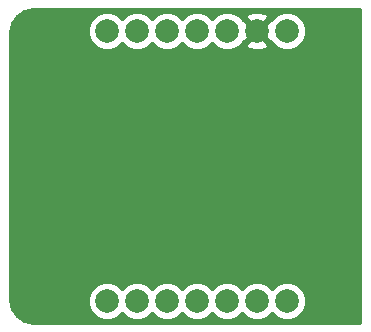
<source format=gbl>
G04 #@! TF.FileFunction,Copper,L2,Bot,Signal*
%FSLAX46Y46*%
G04 Gerber Fmt 4.6, Leading zero omitted, Abs format (unit mm)*
G04 Created by KiCad (PCBNEW 4.0.2-1.fc23-product) date Sun May  8 18:35:26 2016*
%MOMM*%
G01*
G04 APERTURE LIST*
%ADD10C,0.100000*%
%ADD11C,2.000000*%
%ADD12C,0.685800*%
%ADD13C,0.254000*%
G04 APERTURE END LIST*
D10*
D11*
X151130000Y-102870000D03*
X148590000Y-102870000D03*
X146050000Y-102870000D03*
X143510000Y-102870000D03*
X140970000Y-102870000D03*
X138430000Y-102870000D03*
X135890000Y-102870000D03*
X135890000Y-125730000D03*
X138430000Y-125730000D03*
X140970000Y-125730000D03*
X143510000Y-125730000D03*
X146050000Y-125730000D03*
X148590000Y-125730000D03*
X151130000Y-125730000D03*
D12*
X156210000Y-123190000D03*
X156210000Y-118110000D03*
X156210000Y-107950000D03*
X156210000Y-109220000D03*
D13*
G36*
X157353000Y-127560000D02*
X129609931Y-127560000D01*
X128845011Y-127407848D01*
X128255830Y-127014170D01*
X127862152Y-126424989D01*
X127788317Y-126053795D01*
X134254716Y-126053795D01*
X134503106Y-126654943D01*
X134962637Y-127115278D01*
X135563352Y-127364716D01*
X136213795Y-127365284D01*
X136814943Y-127116894D01*
X137160199Y-126772241D01*
X137502637Y-127115278D01*
X138103352Y-127364716D01*
X138753795Y-127365284D01*
X139354943Y-127116894D01*
X139700199Y-126772241D01*
X140042637Y-127115278D01*
X140643352Y-127364716D01*
X141293795Y-127365284D01*
X141894943Y-127116894D01*
X142240199Y-126772241D01*
X142582637Y-127115278D01*
X143183352Y-127364716D01*
X143833795Y-127365284D01*
X144434943Y-127116894D01*
X144780199Y-126772241D01*
X145122637Y-127115278D01*
X145723352Y-127364716D01*
X146373795Y-127365284D01*
X146974943Y-127116894D01*
X147320199Y-126772241D01*
X147662637Y-127115278D01*
X148263352Y-127364716D01*
X148913795Y-127365284D01*
X149514943Y-127116894D01*
X149860199Y-126772241D01*
X150202637Y-127115278D01*
X150803352Y-127364716D01*
X151453795Y-127365284D01*
X152054943Y-127116894D01*
X152515278Y-126657363D01*
X152764716Y-126056648D01*
X152765284Y-125406205D01*
X152516894Y-124805057D01*
X152057363Y-124344722D01*
X151456648Y-124095284D01*
X150806205Y-124094716D01*
X150205057Y-124343106D01*
X149859801Y-124687759D01*
X149517363Y-124344722D01*
X148916648Y-124095284D01*
X148266205Y-124094716D01*
X147665057Y-124343106D01*
X147319801Y-124687759D01*
X146977363Y-124344722D01*
X146376648Y-124095284D01*
X145726205Y-124094716D01*
X145125057Y-124343106D01*
X144779801Y-124687759D01*
X144437363Y-124344722D01*
X143836648Y-124095284D01*
X143186205Y-124094716D01*
X142585057Y-124343106D01*
X142239801Y-124687759D01*
X141897363Y-124344722D01*
X141296648Y-124095284D01*
X140646205Y-124094716D01*
X140045057Y-124343106D01*
X139699801Y-124687759D01*
X139357363Y-124344722D01*
X138756648Y-124095284D01*
X138106205Y-124094716D01*
X137505057Y-124343106D01*
X137159801Y-124687759D01*
X136817363Y-124344722D01*
X136216648Y-124095284D01*
X135566205Y-124094716D01*
X134965057Y-124343106D01*
X134504722Y-124802637D01*
X134255284Y-125403352D01*
X134254716Y-126053795D01*
X127788317Y-126053795D01*
X127710000Y-125660069D01*
X127710000Y-103193795D01*
X134254716Y-103193795D01*
X134503106Y-103794943D01*
X134962637Y-104255278D01*
X135563352Y-104504716D01*
X136213795Y-104505284D01*
X136814943Y-104256894D01*
X137160199Y-103912241D01*
X137502637Y-104255278D01*
X138103352Y-104504716D01*
X138753795Y-104505284D01*
X139354943Y-104256894D01*
X139700199Y-103912241D01*
X140042637Y-104255278D01*
X140643352Y-104504716D01*
X141293795Y-104505284D01*
X141894943Y-104256894D01*
X142240199Y-103912241D01*
X142582637Y-104255278D01*
X143183352Y-104504716D01*
X143833795Y-104505284D01*
X144434943Y-104256894D01*
X144780199Y-103912241D01*
X145122637Y-104255278D01*
X145723352Y-104504716D01*
X146373795Y-104505284D01*
X146974943Y-104256894D01*
X147209715Y-104022532D01*
X147617073Y-104022532D01*
X147715736Y-104289387D01*
X148325461Y-104515908D01*
X148975460Y-104491856D01*
X149464264Y-104289387D01*
X149562927Y-104022532D01*
X148590000Y-103049605D01*
X147617073Y-104022532D01*
X147209715Y-104022532D01*
X147402562Y-103830022D01*
X147437468Y-103842927D01*
X148410395Y-102870000D01*
X148769605Y-102870000D01*
X149742532Y-103842927D01*
X149777938Y-103829836D01*
X150202637Y-104255278D01*
X150803352Y-104504716D01*
X151453795Y-104505284D01*
X152054943Y-104256894D01*
X152515278Y-103797363D01*
X152764716Y-103196648D01*
X152765284Y-102546205D01*
X152516894Y-101945057D01*
X152057363Y-101484722D01*
X151456648Y-101235284D01*
X150806205Y-101234716D01*
X150205057Y-101483106D01*
X149777438Y-101909978D01*
X149742532Y-101897073D01*
X148769605Y-102870000D01*
X148410395Y-102870000D01*
X147437468Y-101897073D01*
X147402062Y-101910164D01*
X147209703Y-101717468D01*
X147617073Y-101717468D01*
X148590000Y-102690395D01*
X149562927Y-101717468D01*
X149464264Y-101450613D01*
X148854539Y-101224092D01*
X148204540Y-101248144D01*
X147715736Y-101450613D01*
X147617073Y-101717468D01*
X147209703Y-101717468D01*
X146977363Y-101484722D01*
X146376648Y-101235284D01*
X145726205Y-101234716D01*
X145125057Y-101483106D01*
X144779801Y-101827759D01*
X144437363Y-101484722D01*
X143836648Y-101235284D01*
X143186205Y-101234716D01*
X142585057Y-101483106D01*
X142239801Y-101827759D01*
X141897363Y-101484722D01*
X141296648Y-101235284D01*
X140646205Y-101234716D01*
X140045057Y-101483106D01*
X139699801Y-101827759D01*
X139357363Y-101484722D01*
X138756648Y-101235284D01*
X138106205Y-101234716D01*
X137505057Y-101483106D01*
X137159801Y-101827759D01*
X136817363Y-101484722D01*
X136216648Y-101235284D01*
X135566205Y-101234716D01*
X134965057Y-101483106D01*
X134504722Y-101942637D01*
X134255284Y-102543352D01*
X134254716Y-103193795D01*
X127710000Y-103193795D01*
X127710000Y-102939931D01*
X127862152Y-102175011D01*
X128255830Y-101585830D01*
X128845011Y-101192152D01*
X129609931Y-101040000D01*
X157353000Y-101040000D01*
X157353000Y-127560000D01*
X157353000Y-127560000D01*
G37*
X157353000Y-127560000D02*
X129609931Y-127560000D01*
X128845011Y-127407848D01*
X128255830Y-127014170D01*
X127862152Y-126424989D01*
X127788317Y-126053795D01*
X134254716Y-126053795D01*
X134503106Y-126654943D01*
X134962637Y-127115278D01*
X135563352Y-127364716D01*
X136213795Y-127365284D01*
X136814943Y-127116894D01*
X137160199Y-126772241D01*
X137502637Y-127115278D01*
X138103352Y-127364716D01*
X138753795Y-127365284D01*
X139354943Y-127116894D01*
X139700199Y-126772241D01*
X140042637Y-127115278D01*
X140643352Y-127364716D01*
X141293795Y-127365284D01*
X141894943Y-127116894D01*
X142240199Y-126772241D01*
X142582637Y-127115278D01*
X143183352Y-127364716D01*
X143833795Y-127365284D01*
X144434943Y-127116894D01*
X144780199Y-126772241D01*
X145122637Y-127115278D01*
X145723352Y-127364716D01*
X146373795Y-127365284D01*
X146974943Y-127116894D01*
X147320199Y-126772241D01*
X147662637Y-127115278D01*
X148263352Y-127364716D01*
X148913795Y-127365284D01*
X149514943Y-127116894D01*
X149860199Y-126772241D01*
X150202637Y-127115278D01*
X150803352Y-127364716D01*
X151453795Y-127365284D01*
X152054943Y-127116894D01*
X152515278Y-126657363D01*
X152764716Y-126056648D01*
X152765284Y-125406205D01*
X152516894Y-124805057D01*
X152057363Y-124344722D01*
X151456648Y-124095284D01*
X150806205Y-124094716D01*
X150205057Y-124343106D01*
X149859801Y-124687759D01*
X149517363Y-124344722D01*
X148916648Y-124095284D01*
X148266205Y-124094716D01*
X147665057Y-124343106D01*
X147319801Y-124687759D01*
X146977363Y-124344722D01*
X146376648Y-124095284D01*
X145726205Y-124094716D01*
X145125057Y-124343106D01*
X144779801Y-124687759D01*
X144437363Y-124344722D01*
X143836648Y-124095284D01*
X143186205Y-124094716D01*
X142585057Y-124343106D01*
X142239801Y-124687759D01*
X141897363Y-124344722D01*
X141296648Y-124095284D01*
X140646205Y-124094716D01*
X140045057Y-124343106D01*
X139699801Y-124687759D01*
X139357363Y-124344722D01*
X138756648Y-124095284D01*
X138106205Y-124094716D01*
X137505057Y-124343106D01*
X137159801Y-124687759D01*
X136817363Y-124344722D01*
X136216648Y-124095284D01*
X135566205Y-124094716D01*
X134965057Y-124343106D01*
X134504722Y-124802637D01*
X134255284Y-125403352D01*
X134254716Y-126053795D01*
X127788317Y-126053795D01*
X127710000Y-125660069D01*
X127710000Y-103193795D01*
X134254716Y-103193795D01*
X134503106Y-103794943D01*
X134962637Y-104255278D01*
X135563352Y-104504716D01*
X136213795Y-104505284D01*
X136814943Y-104256894D01*
X137160199Y-103912241D01*
X137502637Y-104255278D01*
X138103352Y-104504716D01*
X138753795Y-104505284D01*
X139354943Y-104256894D01*
X139700199Y-103912241D01*
X140042637Y-104255278D01*
X140643352Y-104504716D01*
X141293795Y-104505284D01*
X141894943Y-104256894D01*
X142240199Y-103912241D01*
X142582637Y-104255278D01*
X143183352Y-104504716D01*
X143833795Y-104505284D01*
X144434943Y-104256894D01*
X144780199Y-103912241D01*
X145122637Y-104255278D01*
X145723352Y-104504716D01*
X146373795Y-104505284D01*
X146974943Y-104256894D01*
X147209715Y-104022532D01*
X147617073Y-104022532D01*
X147715736Y-104289387D01*
X148325461Y-104515908D01*
X148975460Y-104491856D01*
X149464264Y-104289387D01*
X149562927Y-104022532D01*
X148590000Y-103049605D01*
X147617073Y-104022532D01*
X147209715Y-104022532D01*
X147402562Y-103830022D01*
X147437468Y-103842927D01*
X148410395Y-102870000D01*
X148769605Y-102870000D01*
X149742532Y-103842927D01*
X149777938Y-103829836D01*
X150202637Y-104255278D01*
X150803352Y-104504716D01*
X151453795Y-104505284D01*
X152054943Y-104256894D01*
X152515278Y-103797363D01*
X152764716Y-103196648D01*
X152765284Y-102546205D01*
X152516894Y-101945057D01*
X152057363Y-101484722D01*
X151456648Y-101235284D01*
X150806205Y-101234716D01*
X150205057Y-101483106D01*
X149777438Y-101909978D01*
X149742532Y-101897073D01*
X148769605Y-102870000D01*
X148410395Y-102870000D01*
X147437468Y-101897073D01*
X147402062Y-101910164D01*
X147209703Y-101717468D01*
X147617073Y-101717468D01*
X148590000Y-102690395D01*
X149562927Y-101717468D01*
X149464264Y-101450613D01*
X148854539Y-101224092D01*
X148204540Y-101248144D01*
X147715736Y-101450613D01*
X147617073Y-101717468D01*
X147209703Y-101717468D01*
X146977363Y-101484722D01*
X146376648Y-101235284D01*
X145726205Y-101234716D01*
X145125057Y-101483106D01*
X144779801Y-101827759D01*
X144437363Y-101484722D01*
X143836648Y-101235284D01*
X143186205Y-101234716D01*
X142585057Y-101483106D01*
X142239801Y-101827759D01*
X141897363Y-101484722D01*
X141296648Y-101235284D01*
X140646205Y-101234716D01*
X140045057Y-101483106D01*
X139699801Y-101827759D01*
X139357363Y-101484722D01*
X138756648Y-101235284D01*
X138106205Y-101234716D01*
X137505057Y-101483106D01*
X137159801Y-101827759D01*
X136817363Y-101484722D01*
X136216648Y-101235284D01*
X135566205Y-101234716D01*
X134965057Y-101483106D01*
X134504722Y-101942637D01*
X134255284Y-102543352D01*
X134254716Y-103193795D01*
X127710000Y-103193795D01*
X127710000Y-102939931D01*
X127862152Y-102175011D01*
X128255830Y-101585830D01*
X128845011Y-101192152D01*
X129609931Y-101040000D01*
X157353000Y-101040000D01*
X157353000Y-127560000D01*
M02*

</source>
